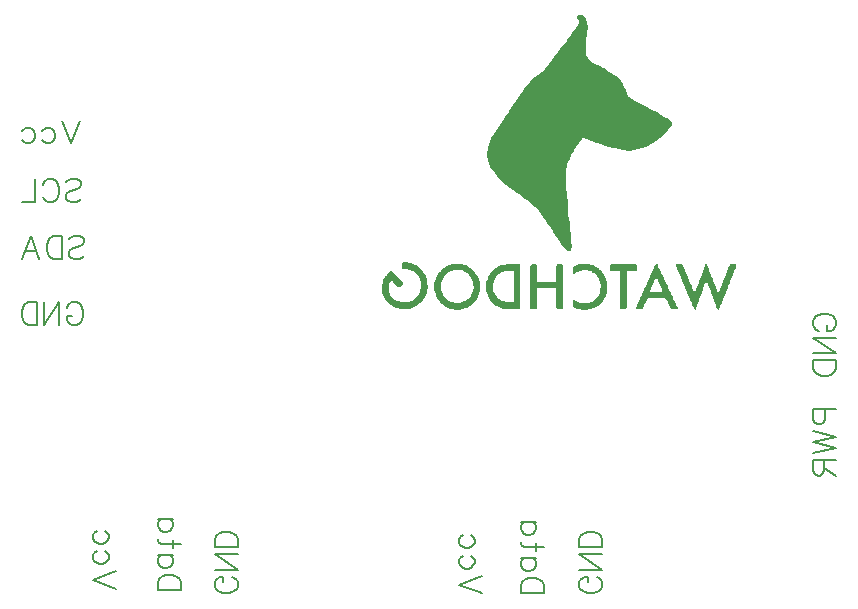
<source format=gbo>
G04 Layer: BottomSilkscreenLayer*
G04 EasyEDA v6.5.47, 2024-09-23 12:58:21*
G04 38ad9990bc604fb2ba1212fbd044b429,455023a0ac88494abd61f565c8365122,10*
G04 Gerber Generator version 0.2*
G04 Scale: 100 percent, Rotated: No, Reflected: No *
G04 Dimensions in millimeters *
G04 leading zeros omitted , absolute positions ,4 integer and 5 decimal *
%FSLAX45Y45*%
%MOMM*%

%ADD10C,0.2030*%
%ADD11C,0.2032*%

%LPD*%
G36*
X6436868Y6651498D02*
G01*
X6422034Y6642455D01*
X6418884Y6624015D01*
X6430975Y6601307D01*
X6430975Y6583832D01*
X6425590Y6567779D01*
X6417056Y6558280D01*
X6409944Y6541262D01*
X6398818Y6527698D01*
X6388100Y6509969D01*
X6375552Y6496812D01*
X6367373Y6482892D01*
X6346190Y6454597D01*
X6330035Y6430772D01*
X6322161Y6424218D01*
X6312916Y6407404D01*
X6295339Y6385864D01*
X6275578Y6360261D01*
X6266637Y6350812D01*
X6257645Y6336639D01*
X6246926Y6328003D01*
X6240373Y6315456D01*
X6204559Y6271107D01*
X6204559Y6265062D01*
X6191605Y6249720D01*
X6179769Y6232093D01*
X6151473Y6198209D01*
X6143345Y6185763D01*
X6104331Y6157772D01*
X6084519Y6140907D01*
X6062675Y6124397D01*
X6048552Y6111443D01*
X6039459Y6105093D01*
X6017056Y6078575D01*
X5998210Y6054191D01*
X5981700Y6036716D01*
X5959297Y6005677D01*
X5959297Y6000902D01*
X5946292Y5990844D01*
X5934506Y5970625D01*
X5917996Y5947918D01*
X5906922Y5935726D01*
X5898032Y5918352D01*
X5893104Y5915304D01*
X5879592Y5888532D01*
X5869127Y5879084D01*
X5860542Y5862269D01*
X5853633Y5856528D01*
X5842914Y5829554D01*
X5831941Y5817768D01*
X5820156Y5801258D01*
X5807151Y5781649D01*
X5797702Y5766257D01*
X5786729Y5747004D01*
X5775807Y5735218D01*
X5765952Y5715508D01*
X5761075Y5712510D01*
X5751169Y5692800D01*
X5732830Y5668772D01*
X5732830Y5663336D01*
X5716320Y5645048D01*
X5716320Y5640578D01*
X5700014Y5621477D01*
X5690920Y5598414D01*
X5681268Y5581954D01*
X5673293Y5546547D01*
X5661609Y5523280D01*
X5656732Y5471617D01*
X5661812Y5416042D01*
X5673496Y5392978D01*
X5680760Y5365140D01*
X5690362Y5353151D01*
X5697982Y5339029D01*
X5712358Y5323890D01*
X5722264Y5307634D01*
X5741720Y5282387D01*
X5790641Y5232857D01*
X5818936Y5211978D01*
X5833110Y5198668D01*
X5854293Y5180431D01*
X5874054Y5170424D01*
X5877052Y5165598D01*
X5894425Y5156708D01*
X5911189Y5140909D01*
X5925058Y5132628D01*
X5941568Y5121097D01*
X5959856Y5107889D01*
X5979312Y5092446D01*
X5992977Y5084267D01*
X6034786Y5047894D01*
X6045352Y5042458D01*
X6062218Y5025339D01*
X6084062Y5005273D01*
X6088126Y5005273D01*
X6098387Y4987036D01*
X6105855Y4980838D01*
X6114542Y4964023D01*
X6131458Y4945735D01*
X6131458Y4939385D01*
X6144768Y4923891D01*
X6152997Y4902962D01*
X6165646Y4886960D01*
X6185712Y4865878D01*
X6185712Y4860544D01*
X6211722Y4821783D01*
X6219088Y4815687D01*
X6233058Y4789474D01*
X6243472Y4773625D01*
X6260388Y4754067D01*
X6263132Y4746447D01*
X6285280Y4713986D01*
X6302451Y4694682D01*
X6328054Y4658715D01*
X6343243Y4651502D01*
X6354876Y4651502D01*
X6367170Y4661204D01*
X6372453Y4680661D01*
X6364935Y4739944D01*
X6355638Y4890871D01*
X6350812Y4923891D01*
X6344005Y4961737D01*
X6338925Y5053634D01*
X6334048Y5122011D01*
X6324041Y5199837D01*
X6323838Y5334304D01*
X6336233Y5371998D01*
X6343853Y5409692D01*
X6355842Y5426964D01*
X6365087Y5457952D01*
X6369913Y5460898D01*
X6381699Y5487568D01*
X6392926Y5499404D01*
X6402273Y5521248D01*
X6407861Y5524703D01*
X6419088Y5548884D01*
X6433718Y5565444D01*
X6457340Y5598464D01*
X6460845Y5604662D01*
X6481165Y5609234D01*
X6499047Y5597398D01*
X6520637Y5591962D01*
X6541465Y5578195D01*
X6575196Y5568848D01*
X6586016Y5561787D01*
X6620814Y5554573D01*
X6653834Y5538622D01*
X6689242Y5533491D01*
X6729323Y5521807D01*
X6785914Y5515152D01*
X6811772Y5504942D01*
X6860235Y5501030D01*
X6909155Y5504942D01*
X6926376Y5512155D01*
X6974636Y5522264D01*
X6990029Y5531104D01*
X7015937Y5538673D01*
X7028840Y5549493D01*
X7059523Y5564276D01*
X7086752Y5580532D01*
X7102500Y5596077D01*
X7122617Y5610250D01*
X7139686Y5626506D01*
X7165644Y5649518D01*
X7190435Y5673801D01*
X7190435Y5679592D01*
X7206691Y5691987D01*
X7221067Y5717489D01*
X7221067Y5735929D01*
X7204151Y5761177D01*
X7176465Y5775350D01*
X7152487Y5788456D01*
X7131100Y5804814D01*
X7125563Y5804814D01*
X7109256Y5815431D01*
X7078370Y5832805D01*
X7052716Y5845251D01*
X7038543Y5857138D01*
X7014718Y5868670D01*
X6998208Y5877560D01*
X6978142Y5885738D01*
X6978142Y5889752D01*
X6925106Y5915202D01*
X6910273Y5918301D01*
X6885330Y5936894D01*
X6881622Y5936894D01*
X6858304Y5957570D01*
X6853986Y5959297D01*
X6832193Y6004102D01*
X6829044Y6021882D01*
X6815480Y6041847D01*
X6807911Y6064402D01*
X6791807Y6091072D01*
X6791604Y6096101D01*
X6769404Y6120282D01*
X6744970Y6132576D01*
X6741871Y6137605D01*
X6717080Y6148578D01*
X6714236Y6156045D01*
X6689242Y6168644D01*
X6675881Y6179820D01*
X6669176Y6179820D01*
X6651345Y6195974D01*
X6630263Y6204204D01*
X6617462Y6214770D01*
X6592671Y6223000D01*
X6574586Y6236106D01*
X6559499Y6239357D01*
X6546697Y6245860D01*
X6508800Y6283401D01*
X6508800Y6288582D01*
X6496710Y6314135D01*
X6491732Y6346088D01*
X6494373Y6435699D01*
X6503720Y6486144D01*
X6509410Y6551269D01*
X6506565Y6586677D01*
X6486093Y6627723D01*
X6464503Y6646773D01*
X6453378Y6651193D01*
G37*
G36*
X4975402Y4553864D02*
G01*
X4942840Y4553458D01*
X4938522Y4549394D01*
X4937556Y4510176D01*
X4939233Y4501337D01*
X4942789Y4497781D01*
X4981854Y4496511D01*
X5005679Y4493361D01*
X5012994Y4489450D01*
X5018684Y4485284D01*
X5020818Y4485284D01*
X5024018Y4483658D01*
X5033619Y4479848D01*
X5033619Y4477969D01*
X5036261Y4477969D01*
X5038699Y4474667D01*
X5047640Y4469688D01*
X5049672Y4469688D01*
X5054244Y4464151D01*
X5060086Y4458258D01*
X5065725Y4453991D01*
X5065725Y4451451D01*
X5070144Y4444949D01*
X5077307Y4436262D01*
X5082489Y4424324D01*
X5088686Y4417974D01*
X5089702Y4413300D01*
X5092242Y4405071D01*
X5094020Y4394962D01*
X5097018Y4386732D01*
X5100726Y4370222D01*
X5099812Y4348226D01*
X5097627Y4336288D01*
X5093208Y4324807D01*
X5093208Y4320133D01*
X5089347Y4304385D01*
X5082692Y4295038D01*
X5081320Y4294428D01*
X5081270Y4291380D01*
X5077002Y4282186D01*
X5070551Y4276394D01*
X5064455Y4265828D01*
X5051501Y4252163D01*
X5041442Y4244441D01*
X5034584Y4241190D01*
X5029454Y4235399D01*
X5019649Y4231335D01*
X5016398Y4231335D01*
X5007102Y4223969D01*
X5000142Y4221378D01*
X4990998Y4219498D01*
X4978146Y4218482D01*
X4969154Y4215739D01*
X4943551Y4215739D01*
X4903876Y4223207D01*
X4892903Y4228795D01*
X4878832Y4235246D01*
X4870958Y4243222D01*
X4867859Y4243222D01*
X4851196Y4259173D01*
X4851196Y4261307D01*
X4847488Y4265676D01*
X4842205Y4271365D01*
X4838903Y4278528D01*
X4831638Y4287367D01*
X4827219Y4308805D01*
X4823663Y4323994D01*
X4823663Y4352188D01*
X4827320Y4363821D01*
X4827320Y4369460D01*
X4831943Y4384903D01*
X4835601Y4387392D01*
X4835601Y4389932D01*
X4837074Y4389932D01*
X4840274Y4396638D01*
X4845202Y4401870D01*
X4848301Y4401870D01*
X4859172Y4394606D01*
X4864252Y4388561D01*
X4902504Y4349597D01*
X4902504Y4348124D01*
X4907584Y4344416D01*
X4918100Y4342333D01*
X4925618Y4350410D01*
X4933594Y4355134D01*
X4935982Y4360062D01*
X4946091Y4367123D01*
X4947361Y4370578D01*
X4945938Y4383836D01*
X4941671Y4386732D01*
X4924958Y4404360D01*
X4923078Y4406900D01*
X4921859Y4410100D01*
X4919827Y4410100D01*
X4913985Y4415332D01*
X4911090Y4418888D01*
X4909921Y4422038D01*
X4907889Y4422038D01*
X4902047Y4427270D01*
X4899202Y4430826D01*
X4897983Y4433925D01*
X4895951Y4433925D01*
X4893259Y4436668D01*
X4891074Y4438091D01*
X4886960Y4443933D01*
X4886960Y4445050D01*
X4881880Y4449470D01*
X4879543Y4449521D01*
X4878070Y4453534D01*
X4866284Y4466996D01*
X4848250Y4485284D01*
X4845100Y4485284D01*
X4835144Y4479899D01*
X4831486Y4476242D01*
X4826863Y4469739D01*
X4825034Y4469688D01*
X4819091Y4464100D01*
X4819091Y4462526D01*
X4807559Y4450892D01*
X4801362Y4442206D01*
X4799838Y4442206D01*
X4799838Y4439564D01*
X4796129Y4436973D01*
X4791608Y4427982D01*
X4791557Y4426458D01*
X4784039Y4419447D01*
X4778806Y4399026D01*
X4775352Y4394047D01*
X4771491Y4383989D01*
X4767478Y4354068D01*
X4768494Y4313377D01*
X4771440Y4296867D01*
X4773218Y4288078D01*
X4779670Y4278020D01*
X4779670Y4275785D01*
X4784039Y4263288D01*
X4787595Y4259275D01*
X4791557Y4253484D01*
X4791557Y4251350D01*
X4796129Y4241850D01*
X4803495Y4233824D01*
X4803495Y4232503D01*
X4807153Y4229201D01*
X4807153Y4227423D01*
X4818278Y4215536D01*
X4819954Y4211167D01*
X4822545Y4211167D01*
X4835398Y4199229D01*
X4837277Y4199229D01*
X4839716Y4196943D01*
X4850333Y4189984D01*
X4851349Y4187291D01*
X4853482Y4187291D01*
X4862525Y4182719D01*
X4868621Y4176064D01*
X4888331Y4170934D01*
X4900726Y4164228D01*
X4931410Y4159859D01*
X4982768Y4159808D01*
X5001107Y4162704D01*
X5013756Y4164380D01*
X5016652Y4166819D01*
X5024018Y4171035D01*
X5036413Y4173626D01*
X5044694Y4177182D01*
X5045760Y4179976D01*
X5048097Y4179976D01*
X5050332Y4182668D01*
X5061204Y4188409D01*
X5067096Y4193794D01*
X5077206Y4199483D01*
X5082540Y4206646D01*
X5088788Y4209592D01*
X5101183Y4221683D01*
X5106212Y4230471D01*
X5110581Y4232148D01*
X5116322Y4240022D01*
X5117388Y4242612D01*
X5124348Y4248861D01*
X5125516Y4252874D01*
X5130139Y4262577D01*
X5134965Y4267708D01*
X5136997Y4272127D01*
X5141010Y4287723D01*
X5144668Y4294124D01*
X5148935Y4303268D01*
X5154015Y4349699D01*
X5151932Y4388561D01*
X5148478Y4414418D01*
X5145125Y4421581D01*
X5144058Y4422495D01*
X5141264Y4427067D01*
X5136845Y4444847D01*
X5130342Y4453483D01*
X5126278Y4460087D01*
X5123281Y4466031D01*
X5121656Y4466031D01*
X5121656Y4468571D01*
X5117185Y4471466D01*
X5114848Y4477969D01*
X5113375Y4477969D01*
X5113375Y4480356D01*
X5105146Y4486554D01*
X5104180Y4489602D01*
X5097373Y4496511D01*
X5093208Y4498086D01*
X5093208Y4500473D01*
X5086502Y4507433D01*
X5081778Y4509973D01*
X5077206Y4516374D01*
X5069992Y4519625D01*
X5060035Y4529277D01*
X5058054Y4529277D01*
X5046065Y4534103D01*
X5044186Y4536338D01*
X5037582Y4541215D01*
X5033873Y4541215D01*
X5014823Y4545533D01*
X5006594Y4549292D01*
X4997399Y4552442D01*
G37*
G36*
X7087870Y4548987D02*
G01*
X7085228Y4545330D01*
X7084110Y4544415D01*
X7079640Y4530699D01*
X7072223Y4519676D01*
X7068159Y4506722D01*
X7068159Y4504080D01*
X7060539Y4492142D01*
X7059168Y4486656D01*
X7054392Y4473854D01*
X7052564Y4473194D01*
X7052564Y4470704D01*
X7049211Y4468876D01*
X7045096Y4457344D01*
X7043674Y4451807D01*
X7039406Y4444492D01*
X7037120Y4441698D01*
X7035292Y4434382D01*
X7032040Y4423410D01*
X7025589Y4414215D01*
X7024522Y4413300D01*
X7020255Y4399584D01*
X7016343Y4392218D01*
X7013194Y4388510D01*
X7009739Y4377537D01*
X7008469Y4371136D01*
X7006488Y4366107D01*
X7004913Y4366107D01*
X7004913Y4363415D01*
X7001306Y4361484D01*
X6999579Y4355541D01*
X6994804Y4342739D01*
X6992975Y4342130D01*
X6992975Y4339742D01*
X6989165Y4337202D01*
X6983933Y4315714D01*
X6980250Y4310329D01*
X7036206Y4310329D01*
X7039000Y4319778D01*
X7044181Y4329887D01*
X7048957Y4346295D01*
X7051446Y4349140D01*
X7056221Y4358284D01*
X7056221Y4360926D01*
X7061047Y4372965D01*
X7063638Y4375708D01*
X7067296Y4380179D01*
X7071918Y4400245D01*
X7079792Y4411472D01*
X7081113Y4416958D01*
X7084822Y4425340D01*
X7087920Y4427270D01*
X7091984Y4424578D01*
X7091984Y4422038D01*
X7093610Y4422038D01*
X7103922Y4407814D01*
X7103922Y4404512D01*
X7107885Y4392218D01*
X7110679Y4386732D01*
X7111746Y4385818D01*
X7115809Y4377537D01*
X7120686Y4363262D01*
X7124090Y4361434D01*
X7124090Y4358894D01*
X7125970Y4358284D01*
X7132370Y4339945D01*
X7136028Y4337456D01*
X7136028Y4334916D01*
X7137552Y4334916D01*
X7141514Y4321810D01*
X7141514Y4310837D01*
X7136841Y4306519D01*
X7040321Y4306519D01*
X7036206Y4310329D01*
X6980250Y4310329D01*
X6977989Y4306976D01*
X6976872Y4306062D01*
X6972350Y4292295D01*
X6964934Y4281271D01*
X6960870Y4268317D01*
X6960870Y4265676D01*
X6953300Y4253788D01*
X6951929Y4248302D01*
X6947153Y4235450D01*
X6945325Y4234840D01*
X6945325Y4232300D01*
X6941921Y4230471D01*
X6937044Y4215790D01*
X6937044Y4212894D01*
X6932879Y4205173D01*
X6929780Y4200550D01*
X6924649Y4185005D01*
X6918401Y4175861D01*
X6917283Y4174947D01*
X6914845Y4167378D01*
X6916724Y4163923D01*
X6920585Y4160418D01*
X6968032Y4159554D01*
X6974941Y4164787D01*
X6977481Y4170984D01*
X6981240Y4174947D01*
X6984746Y4181754D01*
X6984746Y4184751D01*
X6988708Y4197858D01*
X6996328Y4208830D01*
X6998360Y4216196D01*
X7001052Y4223512D01*
X7007402Y4235500D01*
X7008672Y4241190D01*
X7012228Y4244441D01*
X7012279Y4246422D01*
X7017258Y4250131D01*
X7159396Y4250690D01*
X7170420Y4248454D01*
X7173874Y4246118D01*
X7177989Y4238802D01*
X7180173Y4232198D01*
X7183678Y4230319D01*
X7183678Y4228439D01*
X7186269Y4225848D01*
X7191095Y4209796D01*
X7199071Y4194200D01*
X7203338Y4180433D01*
X7207250Y4175861D01*
X7211212Y4170070D01*
X7211212Y4167124D01*
X7218527Y4159808D01*
X7249414Y4159808D01*
X7266076Y4160977D01*
X7271918Y4166311D01*
X7270648Y4173016D01*
X7266889Y4180433D01*
X7262520Y4185615D01*
X7262520Y4188358D01*
X7259015Y4196943D01*
X7257948Y4201871D01*
X7255205Y4204614D01*
X7255205Y4206494D01*
X7251953Y4208221D01*
X7247178Y4220768D01*
X7246061Y4225696D01*
X7243267Y4228439D01*
X7243267Y4230319D01*
X7239660Y4232249D01*
X7235037Y4247438D01*
X7235037Y4250842D01*
X7230109Y4257446D01*
X7227214Y4260342D01*
X7222845Y4277614D01*
X7215327Y4287723D01*
X7212888Y4294124D01*
X7210958Y4301439D01*
X7203389Y4311548D01*
X7201001Y4317949D01*
X7199020Y4325315D01*
X7191044Y4336186D01*
X7191044Y4338929D01*
X7185253Y4358741D01*
X7183678Y4358741D01*
X7183678Y4361434D01*
X7180427Y4363212D01*
X7175652Y4375708D01*
X7174534Y4380636D01*
X7171791Y4383379D01*
X7171791Y4385310D01*
X7168489Y4387037D01*
X7163714Y4399584D01*
X7162596Y4404461D01*
X7159853Y4407204D01*
X7159853Y4409135D01*
X7156246Y4411065D01*
X7151624Y4426254D01*
X7151624Y4429658D01*
X7146696Y4436262D01*
X7143800Y4439107D01*
X7139431Y4456430D01*
X7131913Y4466488D01*
X7129475Y4472889D01*
X7127494Y4480255D01*
X7119975Y4490313D01*
X7117537Y4496765D01*
X7115556Y4504080D01*
X7107580Y4514951D01*
X7107580Y4517694D01*
X7101789Y4537557D01*
X7100265Y4537557D01*
X7100265Y4540199D01*
X7096404Y4541418D01*
X7092594Y4544415D01*
G37*
G36*
X7516977Y4544669D02*
G01*
X7509713Y4539843D01*
X7507224Y4537557D01*
X7504938Y4537557D01*
X7500924Y4529582D01*
X7500924Y4526483D01*
X7497267Y4516069D01*
X7497267Y4512157D01*
X7489342Y4496714D01*
X7485430Y4480255D01*
X7484313Y4474413D01*
X7481671Y4472228D01*
X7481671Y4470704D01*
X7477099Y4465777D01*
X7476998Y4461916D01*
X7472934Y4446219D01*
X7469733Y4441342D01*
X7469733Y4438650D01*
X7467955Y4437532D01*
X7465415Y4431639D01*
X7461199Y4412386D01*
X7454138Y4400956D01*
X7452106Y4391507D01*
X7449566Y4385411D01*
X7449566Y4381042D01*
X7441641Y4365599D01*
X7437729Y4349140D01*
X7436612Y4343298D01*
X7433970Y4341114D01*
X7433970Y4339590D01*
X7429398Y4334662D01*
X7429296Y4330801D01*
X7425283Y4315104D01*
X7422083Y4310227D01*
X7422083Y4307890D01*
X7411212Y4302810D01*
X7408722Y4302810D01*
X7405878Y4308805D01*
X7401915Y4321048D01*
X7401915Y4324451D01*
X7394092Y4335373D01*
X7391603Y4341774D01*
X7389825Y4350969D01*
X7387894Y4358741D01*
X7386320Y4358741D01*
X7386320Y4361434D01*
X7382713Y4363364D01*
X7378090Y4378553D01*
X7378090Y4381754D01*
X7373874Y4389475D01*
X7370267Y4394911D01*
X7367828Y4401413D01*
X7365796Y4409643D01*
X7358888Y4419955D01*
X7356246Y4430725D01*
X7354011Y4437176D01*
X7350150Y4445406D01*
X7349032Y4446320D01*
X7346086Y4451807D01*
X7342022Y4468317D01*
X7334046Y4479239D01*
X7334046Y4482998D01*
X7328611Y4501286D01*
X7326731Y4501946D01*
X7326731Y4504486D01*
X7323124Y4506417D01*
X7318451Y4521606D01*
X7318451Y4525162D01*
X7314844Y4529734D01*
X7314793Y4531918D01*
X7310831Y4533188D01*
X7307021Y4536744D01*
X7301128Y4539538D01*
X7262977Y4538522D01*
X7254646Y4537405D01*
X7257135Y4526076D01*
X7261555Y4512360D01*
X7263130Y4502251D01*
X7270089Y4493006D01*
X7274966Y4478274D01*
X7278522Y4472889D01*
X7282688Y4465218D01*
X7282688Y4462018D01*
X7287361Y4446828D01*
X7290968Y4444898D01*
X7290968Y4442206D01*
X7292441Y4442206D01*
X7294625Y4436110D01*
X7294625Y4432350D01*
X7299147Y4418482D01*
X7306157Y4409236D01*
X7310577Y4391304D01*
X7313371Y4386732D01*
X7314336Y4385818D01*
X7317587Y4379925D01*
X7323175Y4362907D01*
X7326630Y4359198D01*
X7330338Y4350969D01*
X7330389Y4347311D01*
X7334707Y4335018D01*
X7338161Y4329887D01*
X7342327Y4322165D01*
X7342327Y4319574D01*
X7346899Y4305452D01*
X7352436Y4298594D01*
X7357008Y4285996D01*
X7358125Y4276344D01*
X7366152Y4265676D01*
X7366203Y4262932D01*
X7371486Y4247540D01*
X7374381Y4245914D01*
X7374381Y4243984D01*
X7378090Y4239310D01*
X7378090Y4235551D01*
X7382713Y4220362D01*
X7386320Y4218432D01*
X7386320Y4215739D01*
X7387844Y4215739D01*
X7389977Y4208627D01*
X7389977Y4204258D01*
X7394397Y4191762D01*
X7397953Y4187748D01*
X7401610Y4182262D01*
X7405725Y4165752D01*
X7408519Y4160164D01*
X7414717Y4156151D01*
X7417053Y4156100D01*
X7420609Y4153357D01*
X7422083Y4153357D01*
X7422083Y4155389D01*
X7425436Y4160265D01*
X7430211Y4182008D01*
X7433157Y4185005D01*
X7436815Y4189476D01*
X7437526Y4193286D01*
X7441539Y4210608D01*
X7448296Y4223512D01*
X7453426Y4244594D01*
X7461199Y4257446D01*
X7465415Y4276699D01*
X7467955Y4282592D01*
X7469733Y4283710D01*
X7469733Y4286504D01*
X7473137Y4291380D01*
X7477912Y4313123D01*
X7481214Y4316476D01*
X7483246Y4319016D01*
X7485075Y4322521D01*
X7486345Y4334154D01*
X7489240Y4340860D01*
X7496251Y4355541D01*
X7501128Y4375708D01*
X7507579Y4386275D01*
X7509154Y4386275D01*
X7509154Y4388713D01*
X7512862Y4392066D01*
X7512862Y4394250D01*
X7517079Y4396130D01*
X7520279Y4392218D01*
X7521295Y4387646D01*
X7524750Y4375505D01*
X7524750Y4371848D01*
X7528864Y4365599D01*
X7533030Y4358030D01*
X7533030Y4354728D01*
X7537653Y4339539D01*
X7541259Y4337608D01*
X7541259Y4335068D01*
X7542987Y4334459D01*
X7548981Y4307890D01*
X7551775Y4303268D01*
X7552740Y4302353D01*
X7555788Y4296867D01*
X7559598Y4285996D01*
X7560716Y4276699D01*
X7568793Y4264609D01*
X7568793Y4260342D01*
X7572756Y4245610D01*
X7577023Y4241647D01*
X7577023Y4239564D01*
X7578547Y4239564D01*
X7580680Y4232452D01*
X7580680Y4227779D01*
X7585506Y4212539D01*
X7588758Y4208830D01*
X7591856Y4202684D01*
X7594498Y4193286D01*
X7596936Y4180382D01*
X7604150Y4170781D01*
X7608265Y4152696D01*
X7611719Y4149598D01*
X7616190Y4152493D01*
X7621371Y4163009D01*
X7627975Y4173118D01*
X7632090Y4188663D01*
X7632039Y4191609D01*
X7636154Y4196181D01*
X7639456Y4201972D01*
X7642250Y4211624D01*
X7644942Y4222394D01*
X7651800Y4232706D01*
X7655915Y4248302D01*
X7655864Y4251198D01*
X7659979Y4255770D01*
X7663332Y4261561D01*
X7666075Y4271213D01*
X7668818Y4281982D01*
X7675676Y4292295D01*
X7679740Y4307890D01*
X7679690Y4310837D01*
X7683855Y4315358D01*
X7687157Y4321149D01*
X7689900Y4330801D01*
X7692644Y4341571D01*
X7699502Y4351883D01*
X7703566Y4367479D01*
X7703566Y4370425D01*
X7707680Y4374946D01*
X7710982Y4380788D01*
X7713725Y4390390D01*
X7716469Y4401159D01*
X7723327Y4411472D01*
X7727442Y4427067D01*
X7727391Y4430014D01*
X7731506Y4434586D01*
X7734808Y4440377D01*
X7737602Y4449978D01*
X7740294Y4460748D01*
X7747152Y4471060D01*
X7751267Y4486656D01*
X7751216Y4489602D01*
X7755381Y4494174D01*
X7758684Y4499965D01*
X7761427Y4509566D01*
X7764170Y4520488D01*
X7767726Y4525467D01*
X7767726Y4537354D01*
X7763611Y4538624D01*
X7721193Y4539640D01*
X7715453Y4537100D01*
X7715453Y4536084D01*
X7712202Y4532528D01*
X7704734Y4523079D01*
X7699654Y4506823D01*
X7695793Y4499051D01*
X7695285Y4497679D01*
X7691780Y4492142D01*
X7691628Y4488484D01*
X7687970Y4478426D01*
X7687970Y4474210D01*
X7683144Y4464659D01*
X7679944Y4460087D01*
X7675778Y4442663D01*
X7674000Y4437634D01*
X7672374Y4437634D01*
X7672374Y4435094D01*
X7668564Y4432554D01*
X7663332Y4411116D01*
X7656118Y4400499D01*
X7651953Y4383074D01*
X7650175Y4377994D01*
X7648549Y4377994D01*
X7648549Y4375912D01*
X7644231Y4371949D01*
X7642961Y4363821D01*
X7640066Y4351883D01*
X7637525Y4348988D01*
X7632039Y4337659D01*
X7632039Y4333240D01*
X7628381Y4324705D01*
X7628381Y4321962D01*
X7623606Y4311548D01*
X7622286Y4310634D01*
X7614818Y4299559D01*
X7612329Y4297476D01*
X7609433Y4299610D01*
X7604556Y4314850D01*
X7604556Y4317542D01*
X7600492Y4326229D01*
X7599425Y4327144D01*
X7596631Y4331716D01*
X7592212Y4350054D01*
X7585506Y4360164D01*
X7580579Y4381246D01*
X7576616Y4389475D01*
X7572857Y4394962D01*
X7570368Y4401413D01*
X7568590Y4410557D01*
X7566710Y4418380D01*
X7565085Y4418380D01*
X7565085Y4420362D01*
X7560919Y4425340D01*
X7556550Y4444492D01*
X7549286Y4454398D01*
X7546949Y4467606D01*
X7544917Y4471416D01*
X7544917Y4475327D01*
X7540040Y4483912D01*
X7537856Y4486656D01*
X7533030Y4501896D01*
X7533030Y4506620D01*
X7530896Y4513732D01*
X7529372Y4513732D01*
X7529372Y4516424D01*
X7525715Y4518355D01*
X7521092Y4533544D01*
X7521092Y4536643D01*
G37*
G36*
X6469888Y4543958D02*
G01*
X6435394Y4540351D01*
X6427724Y4536694D01*
X6421323Y4533036D01*
X6405727Y4529074D01*
X6402070Y4527397D01*
X6394958Y4521047D01*
X6393281Y4521047D01*
X6381445Y4513275D01*
X6381445Y4465929D01*
X6384086Y4460748D01*
X6388303Y4459630D01*
X6396228Y4459630D01*
X6400241Y4461713D01*
X6409131Y4469688D01*
X6412128Y4469739D01*
X6416751Y4473346D01*
X6418783Y4473346D01*
X6423152Y4476750D01*
X6432296Y4481474D01*
X6451549Y4485386D01*
X6465620Y4489958D01*
X6482740Y4491888D01*
X6494678Y4490770D01*
X6503822Y4489145D01*
X6516674Y4485335D01*
X6538315Y4480458D01*
X6540855Y4477969D01*
X6542836Y4477969D01*
X6543954Y4475073D01*
X6557924Y4468520D01*
X6565493Y4461459D01*
X6566712Y4461459D01*
X6590944Y4437176D01*
X6595516Y4425696D01*
X6596481Y4425696D01*
X6603085Y4419752D01*
X6607200Y4405985D01*
X6615125Y4389475D01*
X6618122Y4363821D01*
X6619138Y4349648D01*
X6617004Y4322521D01*
X6614972Y4305147D01*
X6610603Y4295038D01*
X6607098Y4289552D01*
X6606997Y4286250D01*
X6601510Y4274515D01*
X6595313Y4268470D01*
X6590487Y4259275D01*
X6582664Y4251756D01*
X6575704Y4243222D01*
X6573266Y4243222D01*
X6568033Y4236567D01*
X6563410Y4232605D01*
X6557924Y4230370D01*
X6551218Y4224020D01*
X6543243Y4221073D01*
X6535826Y4218940D01*
X6531356Y4215942D01*
X6527088Y4211878D01*
X6505651Y4208373D01*
X6471716Y4207256D01*
X6441541Y4211421D01*
X6430721Y4219397D01*
X6426606Y4219397D01*
X6416751Y4223359D01*
X6408420Y4231335D01*
X6406083Y4231335D01*
X6398310Y4236669D01*
X6395872Y4239564D01*
X6390741Y4239564D01*
X6385610Y4241495D01*
X6381445Y4239260D01*
X6381496Y4191406D01*
X6386017Y4182262D01*
X6386068Y4180433D01*
X6389573Y4176268D01*
X6399834Y4171746D01*
X6402273Y4171746D01*
X6417665Y4163669D01*
X6431381Y4160723D01*
X6444234Y4158843D01*
X6460744Y4155389D01*
X6468973Y4152239D01*
X6500164Y4153306D01*
X6510781Y4156151D01*
X6515049Y4156151D01*
X6523075Y4158996D01*
X6537756Y4160824D01*
X6551371Y4164380D01*
X6554266Y4166819D01*
X6561581Y4171086D01*
X6567119Y4172458D01*
X6576720Y4176014D01*
X6584442Y4183634D01*
X6586829Y4183634D01*
X6595567Y4188206D01*
X6609486Y4200601D01*
X6620154Y4211167D01*
X6621576Y4211167D01*
X6627164Y4217111D01*
X6627164Y4218584D01*
X6634276Y4226255D01*
X6638594Y4231792D01*
X6640931Y4235450D01*
X6643522Y4240936D01*
X6650990Y4247743D01*
X6650990Y4249572D01*
X6654647Y4256125D01*
X6654647Y4258564D01*
X6658305Y4261866D01*
X6662928Y4271873D01*
X6662928Y4275785D01*
X6666585Y4285843D01*
X6666585Y4290060D01*
X6670294Y4297375D01*
X6675221Y4315206D01*
X6675120Y4380331D01*
X6671005Y4395876D01*
X6668770Y4398670D01*
X6666788Y4403242D01*
X6662521Y4421581D01*
X6654647Y4433468D01*
X6654647Y4435551D01*
X6650634Y4445406D01*
X6643217Y4454550D01*
X6640931Y4458258D01*
X6637020Y4465574D01*
X6631228Y4471060D01*
X6626707Y4479899D01*
X6619240Y4485690D01*
X6614769Y4491736D01*
X6606082Y4498238D01*
X6602120Y4503826D01*
X6595770Y4506468D01*
X6582867Y4517390D01*
X6580428Y4517390D01*
X6574434Y4521047D01*
X6572351Y4521047D01*
X6563614Y4529277D01*
X6559143Y4529277D01*
X6543243Y4533138D01*
X6539585Y4535373D01*
X6526733Y4540504D01*
X6491935Y4543755D01*
G37*
G36*
X5419191Y4543856D02*
G01*
X5380685Y4543044D01*
X5356809Y4540453D01*
X5344007Y4533646D01*
X5322265Y4528464D01*
X5318353Y4525162D01*
X5314645Y4521403D01*
X5304586Y4517542D01*
X5300573Y4516374D01*
X5293563Y4509414D01*
X5284978Y4504842D01*
X5280253Y4499254D01*
X5280253Y4497222D01*
X5278120Y4497222D01*
X5274665Y4494022D01*
X5268366Y4487570D01*
X5268366Y4485284D01*
X5266232Y4485284D01*
X5262727Y4482084D01*
X5256428Y4475683D01*
X5256428Y4473346D01*
X5253786Y4473346D01*
X5252313Y4470908D01*
X5248300Y4468774D01*
X5243372Y4458258D01*
X5240832Y4456785D01*
X5240832Y4454550D01*
X5237632Y4452569D01*
X5230418Y4438091D01*
X5228945Y4437481D01*
X5228945Y4435094D01*
X5225084Y4432554D01*
X5220665Y4414215D01*
X5220614Y4410557D01*
X5217058Y4405985D01*
X5217007Y4403598D01*
X5213197Y4396079D01*
X5210708Y4376623D01*
X5210317Y4372051D01*
X5268163Y4372051D01*
X5270347Y4391710D01*
X5272684Y4400651D01*
X5279948Y4411624D01*
X5281930Y4418838D01*
X5284419Y4425238D01*
X5285384Y4426153D01*
X5291734Y4434332D01*
X5297576Y4444644D01*
X5302250Y4447692D01*
X5308498Y4456988D01*
X5317388Y4461713D01*
X5324449Y4468723D01*
X5335371Y4474464D01*
X5340959Y4479544D01*
X5344922Y4481372D01*
X5359095Y4485284D01*
X5361889Y4485284D01*
X5368747Y4489551D01*
X5382514Y4493564D01*
X5421020Y4493310D01*
X5438444Y4489602D01*
X5445760Y4486097D01*
X5461863Y4480763D01*
X5469585Y4474514D01*
X5480202Y4469688D01*
X5481370Y4469688D01*
X5488838Y4461662D01*
X5492750Y4460494D01*
X5506567Y4447032D01*
X5511342Y4438091D01*
X5517642Y4433468D01*
X5523433Y4420666D01*
X5526582Y4416958D01*
X5530494Y4408728D01*
X5534406Y4391304D01*
X5538063Y4382160D01*
X5541822Y4369308D01*
X5541975Y4339945D01*
X5536946Y4322521D01*
X5534406Y4312462D01*
X5530291Y4293209D01*
X5522468Y4281271D01*
X5517794Y4271111D01*
X5509920Y4263694D01*
X5502960Y4255160D01*
X5500319Y4255160D01*
X5495544Y4247896D01*
X5489448Y4243222D01*
X5487720Y4243222D01*
X5484876Y4238955D01*
X5479237Y4233316D01*
X5472582Y4231081D01*
X5461355Y4223461D01*
X5447588Y4219194D01*
X5441188Y4216806D01*
X5422798Y4211167D01*
X5382514Y4211167D01*
X5364175Y4217670D01*
X5354980Y4220057D01*
X5343550Y4224223D01*
X5343550Y4225493D01*
X5335422Y4231335D01*
X5332069Y4231335D01*
X5327497Y4234942D01*
X5324652Y4234992D01*
X5317388Y4242409D01*
X5307888Y4247896D01*
X5306771Y4251350D01*
X5297576Y4261104D01*
X5292191Y4268978D01*
X5292191Y4269587D01*
X5286044Y4276293D01*
X5284114Y4280357D01*
X5280253Y4289856D01*
X5280253Y4293057D01*
X5278069Y4299153D01*
X5276596Y4299153D01*
X5276596Y4301337D01*
X5272684Y4305503D01*
X5269026Y4319778D01*
X5268163Y4372051D01*
X5210317Y4372051D01*
X5208676Y4352798D01*
X5210606Y4316120D01*
X5212384Y4308805D01*
X5212435Y4301439D01*
X5220665Y4284472D01*
X5220665Y4282694D01*
X5225084Y4267403D01*
X5232552Y4255617D01*
X5232603Y4253687D01*
X5237124Y4244238D01*
X5240832Y4242257D01*
X5240832Y4239717D01*
X5242356Y4239107D01*
X5246827Y4232503D01*
X5256885Y4221022D01*
X5260086Y4218076D01*
X5260086Y4215892D01*
X5266537Y4210710D01*
X5278424Y4199229D01*
X5280101Y4199229D01*
X5280710Y4197807D01*
X5292191Y4189018D01*
X5292191Y4187291D01*
X5294477Y4187291D01*
X5303164Y4182922D01*
X5309666Y4176014D01*
X5319217Y4172559D01*
X5324754Y4171086D01*
X5332984Y4166260D01*
X5338470Y4163618D01*
X5355437Y4159808D01*
X5359349Y4159808D01*
X5373319Y4156252D01*
X5387086Y4153204D01*
X5417362Y4152239D01*
X5447284Y4159808D01*
X5454040Y4159910D01*
X5470855Y4163923D01*
X5475579Y4168038D01*
X5477154Y4168038D01*
X5479440Y4170730D01*
X5486095Y4171950D01*
X5497372Y4177029D01*
X5498947Y4179519D01*
X5502605Y4181805D01*
X5506262Y4183481D01*
X5516880Y4187698D01*
X5522772Y4195521D01*
X5524246Y4195572D01*
X5530138Y4199686D01*
X5536285Y4207459D01*
X5538470Y4207459D01*
X5544058Y4213453D01*
X5548122Y4219397D01*
X5550154Y4219397D01*
X5556148Y4225950D01*
X5558536Y4231335D01*
X5559450Y4231335D01*
X5565140Y4236364D01*
X5569356Y4245356D01*
X5574131Y4251045D01*
X5577941Y4256532D01*
X5579973Y4263847D01*
X5582666Y4271213D01*
X5589016Y4283202D01*
X5593842Y4308449D01*
X5593842Y4317034D01*
X5598414Y4335932D01*
X5598414Y4370324D01*
X5596737Y4372051D01*
X5593842Y4382008D01*
X5593842Y4391304D01*
X5590184Y4406544D01*
X5590184Y4411268D01*
X5588050Y4418380D01*
X5586526Y4418380D01*
X5586526Y4421022D01*
X5583224Y4422800D01*
X5578449Y4435297D01*
X5577332Y4440224D01*
X5574588Y4442968D01*
X5574588Y4444492D01*
X5570778Y4446879D01*
X5565698Y4457649D01*
X5558078Y4466742D01*
X5558078Y4468164D01*
X5529529Y4497222D01*
X5528614Y4497222D01*
X5521147Y4504944D01*
X5517286Y4507230D01*
X5512714Y4509516D01*
X5504891Y4517390D01*
X5502960Y4517390D01*
X5493156Y4522012D01*
X5490972Y4524654D01*
X5483352Y4528972D01*
X5464098Y4533188D01*
X5459526Y4535170D01*
X5456783Y4537252D01*
X5446064Y4541215D01*
X5436616Y4541367D01*
G37*
G36*
X6707022Y4539386D02*
G01*
X6702348Y4537252D01*
X6702348Y4536084D01*
X6699046Y4532528D01*
X6696608Y4523841D01*
X6697472Y4492142D01*
X6699503Y4487214D01*
X6704634Y4484573D01*
X6777075Y4483862D01*
X6782104Y4479442D01*
X6782104Y4167124D01*
X6789420Y4159808D01*
X6824725Y4159808D01*
X6837222Y4164177D01*
X6839813Y4167581D01*
X6839915Y4477512D01*
X6843064Y4481271D01*
X6850430Y4484319D01*
X6920382Y4484827D01*
X6925157Y4489297D01*
X6925106Y4529734D01*
X6921601Y4537456D01*
X6915505Y4538472D01*
X6909104Y4539081D01*
G37*
G36*
X6074410Y4539386D02*
G01*
X6039002Y4539234D01*
X6033312Y4537100D01*
X6027978Y4532477D01*
X6023864Y4524908D01*
X6023864Y4167428D01*
X6027978Y4163720D01*
X6031636Y4162653D01*
X6039002Y4159859D01*
X6074613Y4159808D01*
X6081623Y4167276D01*
X6081623Y4322521D01*
X6082741Y4334459D01*
X6087567Y4338116D01*
X6229146Y4338675D01*
X6239205Y4334052D01*
X6241542Y4329887D01*
X6243828Y4321606D01*
X6243980Y4166666D01*
X6246215Y4163923D01*
X6253784Y4159808D01*
X6289294Y4159859D01*
X6293866Y4163415D01*
X6296101Y4163466D01*
X6297980Y4167022D01*
X6297980Y4525162D01*
X6295999Y4532325D01*
X6293408Y4534916D01*
X6293408Y4537100D01*
X6289294Y4539183D01*
X6254089Y4539386D01*
X6249416Y4537252D01*
X6249416Y4536084D01*
X6246063Y4532477D01*
X6244437Y4527905D01*
X6243218Y4402328D01*
X6241846Y4394454D01*
X6232956Y4389932D01*
X6091224Y4390136D01*
X6085941Y4391304D01*
X6082080Y4396486D01*
X6081064Y4526991D01*
X6077508Y4536338D01*
G37*
G36*
X5919774Y4539132D02*
G01*
X5844590Y4538573D01*
X5822594Y4536948D01*
X5806998Y4532985D01*
X5798769Y4532934D01*
X5778601Y4529328D01*
X5773064Y4529277D01*
X5758434Y4521301D01*
X5741924Y4516475D01*
X5734151Y4509566D01*
X5725414Y4504994D01*
X5718098Y4497527D01*
X5713476Y4495393D01*
X5710123Y4493107D01*
X5697423Y4480509D01*
X5697423Y4479340D01*
X5687568Y4468825D01*
X5684723Y4462780D01*
X5678119Y4457344D01*
X5673445Y4447235D01*
X5672226Y4445254D01*
X5665825Y4436567D01*
X5661812Y4422495D01*
X5661710Y4417110D01*
X5653989Y4401413D01*
X5650687Y4380331D01*
X5650096Y4360062D01*
X5707278Y4360062D01*
X5711291Y4394047D01*
X5713882Y4402937D01*
X5721299Y4413961D01*
X5721299Y4417669D01*
X5725414Y4425238D01*
X5732729Y4434382D01*
X5735015Y4438091D01*
X5738723Y4444898D01*
X5743752Y4447590D01*
X5753506Y4457801D01*
X5755233Y4457801D01*
X5763006Y4462780D01*
X5770321Y4468622D01*
X5785916Y4473549D01*
X5789574Y4475226D01*
X5798769Y4481017D01*
X5828995Y4484573D01*
X5873038Y4485284D01*
X5884468Y4480407D01*
X5884468Y4477969D01*
X5886297Y4477969D01*
X5886297Y4228033D01*
X5884214Y4223512D01*
X5875375Y4219397D01*
X5826252Y4219397D01*
X5797854Y4223258D01*
X5782310Y4231335D01*
X5779820Y4231335D01*
X5770321Y4235348D01*
X5764834Y4241088D01*
X5756046Y4246880D01*
X5755182Y4246880D01*
X5736894Y4265218D01*
X5736894Y4265828D01*
X5725820Y4277512D01*
X5721299Y4287113D01*
X5721248Y4289552D01*
X5713018Y4300423D01*
X5713018Y4305147D01*
X5710174Y4316120D01*
X5708396Y4339031D01*
X5707278Y4360062D01*
X5650096Y4360062D01*
X5649518Y4341774D01*
X5651652Y4309872D01*
X5653582Y4296867D01*
X5656529Y4291380D01*
X5657646Y4290466D01*
X5660948Y4283405D01*
X5662574Y4273042D01*
X5666028Y4263339D01*
X5669635Y4259275D01*
X5673598Y4253484D01*
X5673598Y4251350D01*
X5678119Y4241850D01*
X5685536Y4233824D01*
X5685536Y4232503D01*
X5689193Y4229201D01*
X5689193Y4227474D01*
X5701131Y4214571D01*
X5701131Y4212234D01*
X5710732Y4207306D01*
X5717743Y4199229D01*
X5719622Y4199229D01*
X5734558Y4187698D01*
X5744464Y4183634D01*
X5746800Y4183634D01*
X5749290Y4181348D01*
X5757824Y4175404D01*
X5760364Y4175404D01*
X5762091Y4173829D01*
X5771235Y4171543D01*
X5783173Y4167784D01*
X5794197Y4163618D01*
X5812536Y4161688D01*
X5860338Y4159605D01*
X5929884Y4160316D01*
X5935827Y4164736D01*
X5935776Y4529734D01*
X5932322Y4537456D01*
X5926226Y4538472D01*
G37*
D10*
X2209800Y5754946D02*
G01*
X2135908Y5560984D01*
X2062017Y5754946D02*
G01*
X2135908Y5560984D01*
X1890222Y5662584D02*
G01*
X1908695Y5681055D01*
X1927166Y5690293D01*
X1954875Y5690293D01*
X1973348Y5681055D01*
X1991822Y5662584D01*
X2001057Y5634875D01*
X2001057Y5616402D01*
X1991822Y5588693D01*
X1973348Y5570220D01*
X1954875Y5560984D01*
X1927166Y5560984D01*
X1908695Y5570220D01*
X1890222Y5588693D01*
X1718424Y5662584D02*
G01*
X1736897Y5681055D01*
X1755371Y5690293D01*
X1783079Y5690293D01*
X1801553Y5681055D01*
X1820024Y5662584D01*
X1829262Y5634875D01*
X1829262Y5616402D01*
X1820024Y5588693D01*
X1801553Y5570220D01*
X1783079Y5560984D01*
X1755371Y5560984D01*
X1736897Y5570220D01*
X1718424Y5588693D01*
D11*
X2093191Y5231937D02*
G01*
X2111664Y5250411D01*
X2139373Y5259646D01*
X2176317Y5259646D01*
X2204026Y5250411D01*
X2222500Y5231937D01*
X2222500Y5213464D01*
X2213264Y5194993D01*
X2204026Y5185755D01*
X2185555Y5176520D01*
X2130135Y5158046D01*
X2111664Y5148811D01*
X2102426Y5139575D01*
X2093191Y5121102D01*
X2093191Y5093393D01*
X2111664Y5074920D01*
X2139373Y5065684D01*
X2176317Y5065684D01*
X2204026Y5074920D01*
X2222500Y5093393D01*
X1893684Y5213464D02*
G01*
X1902922Y5231937D01*
X1921395Y5250411D01*
X1939866Y5259646D01*
X1976813Y5259646D01*
X1995284Y5250411D01*
X2013757Y5231937D01*
X2022995Y5213464D01*
X2032231Y5185755D01*
X2032231Y5139575D01*
X2022995Y5111864D01*
X2013757Y5093393D01*
X1995284Y5074920D01*
X1976813Y5065684D01*
X1939866Y5065684D01*
X1921395Y5074920D01*
X1902922Y5093393D01*
X1893684Y5111864D01*
X1832724Y5259646D02*
G01*
X1832724Y5065684D01*
X1832724Y5065684D02*
G01*
X1721888Y5065684D01*
X2118591Y4749337D02*
G01*
X2137064Y4767811D01*
X2164773Y4777046D01*
X2201717Y4777046D01*
X2229426Y4767811D01*
X2247900Y4749337D01*
X2247900Y4730864D01*
X2238664Y4712393D01*
X2229426Y4703155D01*
X2210955Y4693920D01*
X2155535Y4675446D01*
X2137064Y4666211D01*
X2127826Y4656975D01*
X2118591Y4638502D01*
X2118591Y4610793D01*
X2137064Y4592320D01*
X2164773Y4583084D01*
X2201717Y4583084D01*
X2229426Y4592320D01*
X2247900Y4610793D01*
X2057631Y4777046D02*
G01*
X2057631Y4583084D01*
X2057631Y4777046D02*
G01*
X1992975Y4777046D01*
X1965266Y4767811D01*
X1946795Y4749337D01*
X1937557Y4730864D01*
X1928322Y4703155D01*
X1928322Y4656975D01*
X1937557Y4629264D01*
X1946795Y4610793D01*
X1965266Y4592320D01*
X1992975Y4583084D01*
X2057631Y4583084D01*
X1793471Y4777046D02*
G01*
X1867362Y4583084D01*
X1793471Y4777046D02*
G01*
X1719579Y4583084D01*
X1839653Y4647737D02*
G01*
X1747288Y4647737D01*
X2096655Y4172064D02*
G01*
X2105891Y4190537D01*
X2124364Y4209011D01*
X2142835Y4218246D01*
X2179782Y4218246D01*
X2198255Y4209011D01*
X2216726Y4190537D01*
X2225964Y4172064D01*
X2235200Y4144355D01*
X2235200Y4098175D01*
X2225964Y4070464D01*
X2216726Y4051993D01*
X2198255Y4033520D01*
X2179782Y4024284D01*
X2142835Y4024284D01*
X2124364Y4033520D01*
X2105891Y4051993D01*
X2096655Y4070464D01*
X2096655Y4098175D01*
X2142835Y4098175D02*
G01*
X2096655Y4098175D01*
X2035695Y4218246D02*
G01*
X2035695Y4024284D01*
X2035695Y4218246D02*
G01*
X1906384Y4024284D01*
X1906384Y4218246D02*
G01*
X1906384Y4024284D01*
X1845424Y4218246D02*
G01*
X1845424Y4024284D01*
X1845424Y4218246D02*
G01*
X1780771Y4218246D01*
X1753062Y4209011D01*
X1734588Y4190537D01*
X1725353Y4172064D01*
X1716115Y4144355D01*
X1716115Y4098175D01*
X1725353Y4070464D01*
X1734588Y4051993D01*
X1753062Y4033520D01*
X1780771Y4024284D01*
X1845424Y4024284D01*
X2516446Y1790700D02*
G01*
X2322484Y1864591D01*
X2516446Y1938482D02*
G01*
X2322484Y1864591D01*
X2424084Y2110277D02*
G01*
X2442555Y2091804D01*
X2451793Y2073333D01*
X2451793Y2045624D01*
X2442555Y2027151D01*
X2424084Y2008677D01*
X2396375Y1999442D01*
X2377902Y1999442D01*
X2350193Y2008677D01*
X2331720Y2027151D01*
X2322484Y2045624D01*
X2322484Y2073333D01*
X2331720Y2091804D01*
X2350193Y2110277D01*
X2424084Y2282075D02*
G01*
X2442555Y2263602D01*
X2451793Y2245128D01*
X2451793Y2217420D01*
X2442555Y2198946D01*
X2424084Y2180475D01*
X2396375Y2171237D01*
X2377902Y2171237D01*
X2350193Y2180475D01*
X2331720Y2198946D01*
X2322484Y2217420D01*
X2322484Y2245128D01*
X2331720Y2263602D01*
X2350193Y2282075D01*
X3062546Y1778000D02*
G01*
X2868584Y1778000D01*
X3062546Y1778000D02*
G01*
X3062546Y1842655D01*
X3053311Y1870364D01*
X3034837Y1888835D01*
X3016364Y1898073D01*
X2988655Y1907308D01*
X2942475Y1907308D01*
X2914764Y1898073D01*
X2896293Y1888835D01*
X2877820Y1870364D01*
X2868584Y1842655D01*
X2868584Y1778000D01*
X2997893Y2079104D02*
G01*
X2868584Y2079104D01*
X2970184Y2079104D02*
G01*
X2988655Y2060633D01*
X2997893Y2042160D01*
X2997893Y2014451D01*
X2988655Y1995977D01*
X2970184Y1977504D01*
X2942475Y1968268D01*
X2924002Y1968268D01*
X2896293Y1977504D01*
X2877820Y1995977D01*
X2868584Y2014451D01*
X2868584Y2042160D01*
X2877820Y2060633D01*
X2896293Y2079104D01*
X3062546Y2167775D02*
G01*
X2905528Y2167775D01*
X2877820Y2177011D01*
X2868584Y2195484D01*
X2868584Y2213955D01*
X2997893Y2140064D02*
G01*
X2997893Y2204720D01*
X2997893Y2385753D02*
G01*
X2868584Y2385753D01*
X2970184Y2385753D02*
G01*
X2988655Y2367279D01*
X2997893Y2348806D01*
X2997893Y2321097D01*
X2988655Y2302624D01*
X2970184Y2284153D01*
X2942475Y2274915D01*
X2924002Y2274915D01*
X2896293Y2284153D01*
X2877820Y2302624D01*
X2868584Y2321097D01*
X2868584Y2348806D01*
X2877820Y2367279D01*
X2896293Y2385753D01*
X3498964Y1891144D02*
G01*
X3517437Y1881908D01*
X3535911Y1863435D01*
X3545146Y1844964D01*
X3545146Y1808017D01*
X3535911Y1789544D01*
X3517437Y1771073D01*
X3498964Y1761835D01*
X3471255Y1752600D01*
X3425075Y1752600D01*
X3397364Y1761835D01*
X3378893Y1771073D01*
X3360420Y1789544D01*
X3351184Y1808017D01*
X3351184Y1844964D01*
X3360420Y1863435D01*
X3378893Y1881908D01*
X3397364Y1891144D01*
X3425075Y1891144D01*
X3425075Y1844964D02*
G01*
X3425075Y1891144D01*
X3545146Y1952104D02*
G01*
X3351184Y1952104D01*
X3545146Y1952104D02*
G01*
X3351184Y2081415D01*
X3545146Y2081415D02*
G01*
X3351184Y2081415D01*
X3545146Y2142375D02*
G01*
X3351184Y2142375D01*
X3545146Y2142375D02*
G01*
X3545146Y2207028D01*
X3535911Y2234737D01*
X3517437Y2253211D01*
X3498964Y2262446D01*
X3471255Y2271684D01*
X3425075Y2271684D01*
X3397364Y2262446D01*
X3378893Y2253211D01*
X3360420Y2234737D01*
X3351184Y2207028D01*
X3351184Y2142375D01*
X5615246Y1752600D02*
G01*
X5421284Y1826491D01*
X5615246Y1900382D02*
G01*
X5421284Y1826491D01*
X5522884Y2072177D02*
G01*
X5541355Y2053704D01*
X5550593Y2035233D01*
X5550593Y2007524D01*
X5541355Y1989051D01*
X5522884Y1970577D01*
X5495175Y1961342D01*
X5476702Y1961342D01*
X5448993Y1970577D01*
X5430520Y1989051D01*
X5421284Y2007524D01*
X5421284Y2035233D01*
X5430520Y2053704D01*
X5448993Y2072177D01*
X5522884Y2243975D02*
G01*
X5541355Y2225502D01*
X5550593Y2207028D01*
X5550593Y2179320D01*
X5541355Y2160846D01*
X5522884Y2142375D01*
X5495175Y2133137D01*
X5476702Y2133137D01*
X5448993Y2142375D01*
X5430520Y2160846D01*
X5421284Y2179320D01*
X5421284Y2207028D01*
X5430520Y2225502D01*
X5448993Y2243975D01*
X6135946Y1752600D02*
G01*
X5941984Y1752600D01*
X6135946Y1752600D02*
G01*
X6135946Y1817255D01*
X6126711Y1844964D01*
X6108237Y1863435D01*
X6089764Y1872673D01*
X6062055Y1881908D01*
X6015875Y1881908D01*
X5988164Y1872673D01*
X5969693Y1863435D01*
X5951220Y1844964D01*
X5941984Y1817255D01*
X5941984Y1752600D01*
X6071293Y2053704D02*
G01*
X5941984Y2053704D01*
X6043584Y2053704D02*
G01*
X6062055Y2035233D01*
X6071293Y2016760D01*
X6071293Y1989051D01*
X6062055Y1970577D01*
X6043584Y1952104D01*
X6015875Y1942868D01*
X5997402Y1942868D01*
X5969693Y1952104D01*
X5951220Y1970577D01*
X5941984Y1989051D01*
X5941984Y2016760D01*
X5951220Y2035233D01*
X5969693Y2053704D01*
X6135946Y2142375D02*
G01*
X5978928Y2142375D01*
X5951220Y2151611D01*
X5941984Y2170084D01*
X5941984Y2188555D01*
X6071293Y2114664D02*
G01*
X6071293Y2179320D01*
X6071293Y2360353D02*
G01*
X5941984Y2360353D01*
X6043584Y2360353D02*
G01*
X6062055Y2341879D01*
X6071293Y2323406D01*
X6071293Y2295697D01*
X6062055Y2277224D01*
X6043584Y2258753D01*
X6015875Y2249515D01*
X5997402Y2249515D01*
X5969693Y2258753D01*
X5951220Y2277224D01*
X5941984Y2295697D01*
X5941984Y2323406D01*
X5951220Y2341879D01*
X5969693Y2360353D01*
X6585064Y1891144D02*
G01*
X6603537Y1881908D01*
X6622011Y1863435D01*
X6631246Y1844964D01*
X6631246Y1808017D01*
X6622011Y1789544D01*
X6603537Y1771073D01*
X6585064Y1761835D01*
X6557355Y1752600D01*
X6511175Y1752600D01*
X6483464Y1761835D01*
X6464993Y1771073D01*
X6446520Y1789544D01*
X6437284Y1808017D01*
X6437284Y1844964D01*
X6446520Y1863435D01*
X6464993Y1881908D01*
X6483464Y1891144D01*
X6511175Y1891144D01*
X6511175Y1844964D02*
G01*
X6511175Y1891144D01*
X6631246Y1952104D02*
G01*
X6437284Y1952104D01*
X6631246Y1952104D02*
G01*
X6437284Y2081415D01*
X6631246Y2081415D02*
G01*
X6437284Y2081415D01*
X6631246Y2142375D02*
G01*
X6437284Y2142375D01*
X6631246Y2142375D02*
G01*
X6631246Y2207028D01*
X6622011Y2234737D01*
X6603537Y2253211D01*
X6585064Y2262446D01*
X6557355Y2271684D01*
X6511175Y2271684D01*
X6483464Y2262446D01*
X6464993Y2253211D01*
X6446520Y2234737D01*
X6437284Y2207028D01*
X6437284Y2142375D01*
X8418253Y3314700D02*
G01*
X8612215Y3314700D01*
X8418253Y3314700D02*
G01*
X8418253Y3231573D01*
X8427488Y3203864D01*
X8436724Y3194626D01*
X8455197Y3185391D01*
X8482906Y3185391D01*
X8501379Y3194626D01*
X8510615Y3203864D01*
X8519853Y3231573D01*
X8519853Y3314700D01*
X8418253Y3124431D02*
G01*
X8612215Y3078248D01*
X8418253Y3032066D02*
G01*
X8612215Y3078248D01*
X8418253Y3032066D02*
G01*
X8612215Y2985884D01*
X8418253Y2939704D02*
G01*
X8612215Y2985884D01*
X8418253Y2878744D02*
G01*
X8612215Y2878744D01*
X8418253Y2878744D02*
G01*
X8418253Y2795615D01*
X8427488Y2767906D01*
X8436724Y2758671D01*
X8455197Y2749435D01*
X8473671Y2749435D01*
X8492144Y2758671D01*
X8501379Y2767906D01*
X8510615Y2795615D01*
X8510615Y2878744D01*
X8510615Y2814088D02*
G01*
X8612215Y2749435D01*
X8464435Y3976255D02*
G01*
X8445962Y3985491D01*
X8427488Y4003964D01*
X8418253Y4022435D01*
X8418253Y4059382D01*
X8427488Y4077855D01*
X8445962Y4096326D01*
X8464435Y4105564D01*
X8492144Y4114800D01*
X8538324Y4114800D01*
X8566035Y4105564D01*
X8584506Y4096326D01*
X8602979Y4077855D01*
X8612215Y4059382D01*
X8612215Y4022435D01*
X8602979Y4003964D01*
X8584506Y3985491D01*
X8566035Y3976255D01*
X8538324Y3976255D01*
X8538324Y4022435D02*
G01*
X8538324Y3976255D01*
X8418253Y3915295D02*
G01*
X8612215Y3915295D01*
X8418253Y3915295D02*
G01*
X8612215Y3785984D01*
X8418253Y3785984D02*
G01*
X8612215Y3785984D01*
X8418253Y3725024D02*
G01*
X8612215Y3725024D01*
X8418253Y3725024D02*
G01*
X8418253Y3660371D01*
X8427488Y3632662D01*
X8445962Y3614188D01*
X8464435Y3604953D01*
X8492144Y3595715D01*
X8538324Y3595715D01*
X8566035Y3604953D01*
X8584506Y3614188D01*
X8602979Y3632662D01*
X8612215Y3660371D01*
X8612215Y3725024D01*
M02*

</source>
